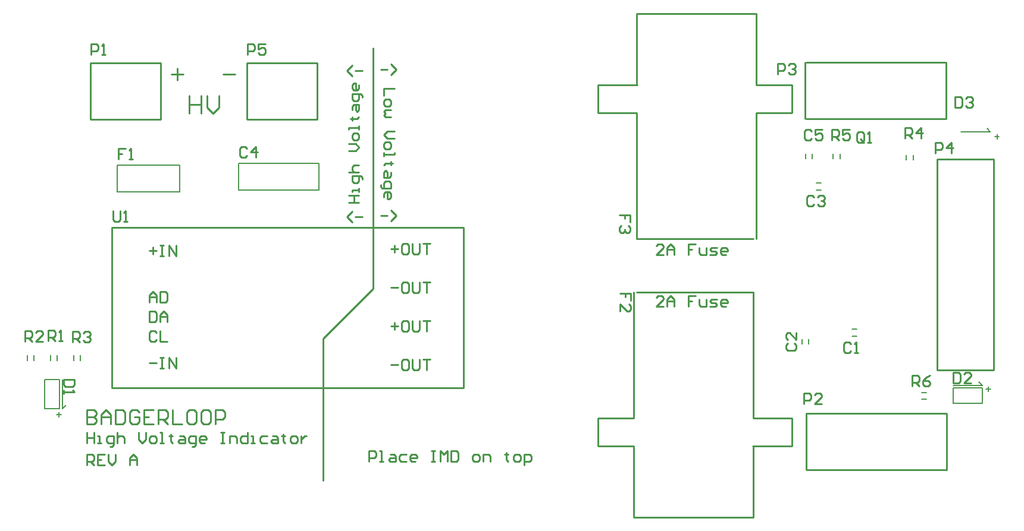
<source format=gbr>
%TF.GenerationSoftware,Altium Limited,Altium Designer,18.0.11 (651)*%
G04 Layer_Color=65535*
%FSLAX26Y26*%
%MOIN*%
%TF.FileFunction,Legend,Top*%
%TF.Part,Single*%
G01*
G75*
%TA.AperFunction,NonConductor*%
%ADD41C,0.007874*%
%ADD42C,0.010000*%
D41*
X8591929Y4211929D02*
X8611614Y4192244D01*
X8446260D02*
X8611614D01*
X4070000Y3855000D02*
Y4005000D01*
X3720000Y3855000D02*
X4070000D01*
X3720000D02*
Y4005000D01*
X4070000D01*
X8225433Y2690315D02*
X8252992D01*
X8225433Y2729685D02*
X8252992D01*
X8547992Y2788740D02*
X8567677Y2769055D01*
X8402323D02*
X8567677D01*
X8402323Y2666693D02*
Y2702126D01*
Y2666693D02*
X8567677D01*
Y2753307D01*
X8402323D02*
X8567677D01*
X8402323Y2702126D02*
Y2753307D01*
X7835433Y3084685D02*
X7862992D01*
X7835433Y3045315D02*
X7862992D01*
X7555315Y3000433D02*
Y3027992D01*
X7594685Y3000433D02*
Y3027992D01*
X7635433Y3865315D02*
X7662992D01*
X7635433Y3904685D02*
X7662992D01*
X7769685Y4042008D02*
Y4069567D01*
X7730315Y4042008D02*
Y4069567D01*
X3345315Y2909134D02*
Y2936693D01*
X3384685Y2909134D02*
Y2936693D01*
X3414055Y2637323D02*
X3433740Y2657008D01*
X3414055Y2637323D02*
Y2802677D01*
X3311693D02*
X3347126D01*
X3311693Y2637323D02*
Y2802677D01*
Y2637323D02*
X3398307D01*
Y2802677D01*
X3347126D02*
X3398307D01*
X3514685Y2909134D02*
Y2936693D01*
X3475315Y2909134D02*
Y2936693D01*
X3254685Y2909134D02*
Y2936693D01*
X3215315Y2909134D02*
Y2936693D01*
X4400000Y3865000D02*
Y4015000D01*
X4850000D01*
Y3865000D02*
Y4015000D01*
X4400000Y3865000D02*
X4850000D01*
X7575315Y4042008D02*
Y4069567D01*
X7614685Y4042008D02*
Y4069567D01*
X8140315Y4035433D02*
Y4062992D01*
X8179685Y4035433D02*
Y4062992D01*
X8635236Y4164679D02*
X8661474D01*
X8648355Y4177798D02*
Y4151560D01*
X8587362Y2749364D02*
X8613600D01*
X8600481Y2762483D02*
Y2736245D01*
X3394364Y2617638D02*
Y2591400D01*
X3407483Y2604519D02*
X3381245D01*
D42*
X3690748Y3653819D02*
X5659252D01*
X3690748Y2756181D02*
Y3653819D01*
Y2756181D02*
X5659252D01*
Y3653819D01*
X7498740Y2427181D02*
Y2584661D01*
X6414827Y2584646D02*
X6612913D01*
Y3290661D01*
X7285779Y2584661D02*
X7498740D01*
X7282205Y2027559D02*
Y2427165D01*
X7281299Y2427181D02*
X7498740D01*
X6612913Y2027559D02*
X7282205D01*
X6612913D02*
Y2427165D01*
X6414827D02*
X6612913D01*
X6414827D02*
Y2584646D01*
X6628779Y3290661D02*
X7282205D01*
Y2584661D02*
Y3290661D01*
X7574724Y4265000D02*
Y4579961D01*
X8362126Y4265000D02*
Y4579961D01*
X7578701Y4265000D02*
X8362126D01*
X7578701Y4579961D02*
X8362126D01*
X6631244Y3593000D02*
Y4299000D01*
Y3593000D02*
X7284669D01*
X7498622Y4299016D02*
Y4456496D01*
X7300535D02*
X7498622D01*
X7300535D02*
Y4856102D01*
X6631244D02*
X7300535D01*
X6414709Y4456480D02*
X6632150D01*
X6631244Y4456496D02*
Y4856102D01*
X6414709Y4299000D02*
X6627669D01*
X7300535Y3593000D02*
Y4299016D01*
X7498622D01*
X6414709Y4299000D02*
Y4456480D01*
X4875000Y2235000D02*
Y3030000D01*
X5155000Y3310000D01*
X5155000Y4660000D02*
X5155000Y3310000D01*
X8315000Y4037126D02*
X8629909D01*
X8315000Y2856024D02*
X8629961D01*
X8315000D02*
Y4037126D01*
X8629961Y2856024D02*
Y4037126D01*
X4840276Y4262520D02*
Y4577480D01*
X4446575Y4262520D02*
Y4577480D01*
X4840276D01*
X4446575Y4262520D02*
X4840276D01*
X3963425D02*
Y4577480D01*
X3569724Y4262520D02*
Y4577480D01*
X3963425D01*
X3569724Y4262520D02*
X3963425D01*
X7583701Y2609961D02*
X8367126D01*
X7583701Y2295000D02*
X8367126D01*
Y2609961D01*
X7579724Y2295000D02*
Y2609961D01*
X8412500Y4387481D02*
Y4327500D01*
X8442490D01*
X8452487Y4337497D01*
Y4377484D01*
X8442490Y4387481D01*
X8412500D01*
X8472481Y4377484D02*
X8482477Y4387481D01*
X8502471D01*
X8512468Y4377484D01*
Y4367487D01*
X8502471Y4357490D01*
X8492474D01*
X8502471D01*
X8512468Y4347493D01*
Y4337497D01*
X8502471Y4327500D01*
X8482477D01*
X8472481Y4337497D01*
X3765987Y4098981D02*
X3726000D01*
Y4068990D01*
X3745994D01*
X3726000D01*
Y4039000D01*
X3785981D02*
X3805974D01*
X3795977D01*
Y4098981D01*
X3785981Y4088984D01*
X5254000Y3533773D02*
X5293987D01*
X5273993Y3553767D02*
Y3513780D01*
X5343971Y3563764D02*
X5323977D01*
X5313981Y3553767D01*
Y3513780D01*
X5323977Y3503783D01*
X5343971D01*
X5353968Y3513780D01*
Y3553767D01*
X5343971Y3563764D01*
X5373961D02*
Y3513780D01*
X5383958Y3503783D01*
X5403952D01*
X5413948Y3513780D01*
Y3563764D01*
X5433942D02*
X5473929D01*
X5453935D01*
Y3503783D01*
X5254000Y3317238D02*
X5293987D01*
X5343971Y3347228D02*
X5323977D01*
X5313981Y3337231D01*
Y3297244D01*
X5323977Y3287248D01*
X5343971D01*
X5353968Y3297244D01*
Y3337231D01*
X5343971Y3347228D01*
X5373961D02*
Y3297244D01*
X5383958Y3287248D01*
X5403952D01*
X5413948Y3297244D01*
Y3347228D01*
X5433942D02*
X5473929D01*
X5453935D01*
Y3287248D01*
X5254000Y3100703D02*
X5293987D01*
X5273993Y3120696D02*
Y3080709D01*
X5343971Y3130693D02*
X5323977D01*
X5313981Y3120696D01*
Y3080709D01*
X5323977Y3070712D01*
X5343971D01*
X5353968Y3080709D01*
Y3120696D01*
X5343971Y3130693D01*
X5373961D02*
Y3080709D01*
X5383958Y3070712D01*
X5403952D01*
X5413948Y3080709D01*
Y3130693D01*
X5433942D02*
X5473929D01*
X5453935D01*
Y3070712D01*
X5254000Y2884167D02*
X5293987D01*
X5343971Y2914157D02*
X5323977D01*
X5313981Y2904161D01*
Y2864174D01*
X5323977Y2854177D01*
X5343971D01*
X5353968Y2864174D01*
Y2904161D01*
X5343971Y2914157D01*
X5373961D02*
Y2864174D01*
X5383958Y2854177D01*
X5403952D01*
X5413948Y2864174D01*
Y2914157D01*
X5433942D02*
X5473929D01*
X5453935D01*
Y2854177D01*
X3901000Y2894010D02*
X3940987D01*
X3960981Y2924000D02*
X3980974D01*
X3970977D01*
Y2864019D01*
X3960981D01*
X3980974D01*
X4010964D02*
Y2924000D01*
X4050952Y2864019D01*
Y2924000D01*
X3940987Y3066365D02*
X3930990Y3076362D01*
X3910997D01*
X3901000Y3066365D01*
Y3026378D01*
X3910997Y3016382D01*
X3930990D01*
X3940987Y3026378D01*
X3960981Y3076362D02*
Y3016382D01*
X4000968D01*
X3901000Y3184630D02*
Y3124649D01*
X3930990D01*
X3940987Y3134646D01*
Y3174633D01*
X3930990Y3184630D01*
X3901000D01*
X3960981Y3124649D02*
Y3164636D01*
X3980974Y3184630D01*
X4000968Y3164636D01*
Y3124649D01*
Y3154640D01*
X3960981D01*
X3901000Y3233311D02*
Y3273298D01*
X3920994Y3293291D01*
X3940987Y3273298D01*
Y3233311D01*
Y3263301D01*
X3901000D01*
X3960981Y3293291D02*
Y3233311D01*
X3990971D01*
X4000968Y3243307D01*
Y3283294D01*
X3990971Y3293291D01*
X3960981D01*
X3901000Y3523931D02*
X3940987D01*
X3920994Y3543924D02*
Y3503937D01*
X3960981Y3553921D02*
X3980974D01*
X3970977D01*
Y3493941D01*
X3960981D01*
X3980974D01*
X4010964D02*
Y3553921D01*
X4050952Y3493941D01*
Y3553921D01*
X6779987Y3500000D02*
X6740000D01*
X6779987Y3539987D01*
Y3549984D01*
X6769990Y3559981D01*
X6749997D01*
X6740000Y3549984D01*
X6799981Y3500000D02*
Y3539987D01*
X6819974Y3559981D01*
X6839968Y3539987D01*
Y3500000D01*
Y3529990D01*
X6799981D01*
X6959929Y3559981D02*
X6919942D01*
Y3529990D01*
X6939935D01*
X6919942D01*
Y3500000D01*
X6979922Y3539987D02*
Y3509997D01*
X6989919Y3500000D01*
X7019909D01*
Y3539987D01*
X7039903Y3500000D02*
X7069893D01*
X7079890Y3509997D01*
X7069893Y3519994D01*
X7049900D01*
X7039903Y3529990D01*
X7049900Y3539987D01*
X7079890D01*
X7129874Y3500000D02*
X7109880D01*
X7099884Y3509997D01*
Y3529990D01*
X7109880Y3539987D01*
X7129874D01*
X7139871Y3529990D01*
Y3519994D01*
X7099884D01*
X6779987Y3210000D02*
X6740000D01*
X6779987Y3249987D01*
Y3259984D01*
X6769990Y3269981D01*
X6749997D01*
X6740000Y3259984D01*
X6799981Y3210000D02*
Y3249987D01*
X6819974Y3269981D01*
X6839968Y3249987D01*
Y3210000D01*
Y3239990D01*
X6799981D01*
X6959929Y3269981D02*
X6919942D01*
Y3239990D01*
X6939935D01*
X6919942D01*
Y3210000D01*
X6979922Y3249987D02*
Y3219997D01*
X6989919Y3210000D01*
X7019909D01*
Y3249987D01*
X7039903Y3210000D02*
X7069893D01*
X7079890Y3219997D01*
X7069893Y3229994D01*
X7049900D01*
X7039903Y3239990D01*
X7049900Y3249987D01*
X7079890D01*
X7129874Y3210000D02*
X7109880D01*
X7099884Y3219997D01*
Y3239990D01*
X7109880Y3249987D01*
X7129874D01*
X7139871Y3239990D01*
Y3229994D01*
X7099884D01*
X5130000Y2340000D02*
Y2399981D01*
X5159990D01*
X5169987Y2389984D01*
Y2369990D01*
X5159990Y2359994D01*
X5130000D01*
X5189981Y2340000D02*
X5209974D01*
X5199977D01*
Y2399981D01*
X5189981D01*
X5249961Y2379987D02*
X5269955D01*
X5279952Y2369990D01*
Y2340000D01*
X5249961D01*
X5239964Y2349997D01*
X5249961Y2359994D01*
X5279952D01*
X5339932Y2379987D02*
X5309942D01*
X5299945Y2369990D01*
Y2349997D01*
X5309942Y2340000D01*
X5339932D01*
X5389916D02*
X5369922D01*
X5359926Y2349997D01*
Y2369990D01*
X5369922Y2379987D01*
X5389916D01*
X5399913Y2369990D01*
Y2359994D01*
X5359926D01*
X5479887Y2399981D02*
X5499880D01*
X5489884D01*
Y2340000D01*
X5479887D01*
X5499880D01*
X5529871D02*
Y2399981D01*
X5549864Y2379987D01*
X5569858Y2399981D01*
Y2340000D01*
X5589851Y2399981D02*
Y2340000D01*
X5619842D01*
X5629838Y2349997D01*
Y2389984D01*
X5619842Y2399981D01*
X5589851D01*
X5719809Y2340000D02*
X5739803D01*
X5749800Y2349997D01*
Y2369990D01*
X5739803Y2379987D01*
X5719809D01*
X5709812Y2369990D01*
Y2349997D01*
X5719809Y2340000D01*
X5769793D02*
Y2379987D01*
X5799783D01*
X5809780Y2369990D01*
Y2340000D01*
X5899751Y2389984D02*
Y2379987D01*
X5889754D01*
X5909748D01*
X5899751D01*
Y2349997D01*
X5909748Y2340000D01*
X5949735D02*
X5969728D01*
X5979725Y2349997D01*
Y2369990D01*
X5969728Y2379987D01*
X5949735D01*
X5939738Y2369990D01*
Y2349997D01*
X5949735Y2340000D01*
X5999719Y2320006D02*
Y2379987D01*
X6029709D01*
X6039706Y2369990D01*
Y2349997D01*
X6029709Y2340000D01*
X5999719D01*
X3550000Y2320000D02*
Y2379981D01*
X3579990D01*
X3589987Y2369984D01*
Y2349990D01*
X3579990Y2339994D01*
X3550000D01*
X3569994D02*
X3589987Y2320000D01*
X3649968Y2379981D02*
X3609981D01*
Y2320000D01*
X3649968D01*
X3609981Y2349990D02*
X3629974D01*
X3669961Y2379981D02*
Y2339994D01*
X3689955Y2320000D01*
X3709948Y2339994D01*
Y2379981D01*
X3789922Y2320000D02*
Y2359987D01*
X3809916Y2379981D01*
X3829910Y2359987D01*
Y2320000D01*
Y2349990D01*
X3789922D01*
X3550000Y2504977D02*
Y2444997D01*
Y2474987D01*
X3589987D01*
Y2504977D01*
Y2444997D01*
X3609981D02*
X3629974D01*
X3619977D01*
Y2484984D01*
X3609981D01*
X3679958Y2425003D02*
X3689955D01*
X3699952Y2435000D01*
Y2484984D01*
X3669961D01*
X3659964Y2474987D01*
Y2454994D01*
X3669961Y2444997D01*
X3699952D01*
X3719945Y2504977D02*
Y2444997D01*
Y2474987D01*
X3729942Y2484984D01*
X3749935D01*
X3759932Y2474987D01*
Y2444997D01*
X3839906Y2504977D02*
Y2464990D01*
X3859900Y2444997D01*
X3879893Y2464990D01*
Y2504977D01*
X3909884Y2444997D02*
X3929877D01*
X3939874Y2454994D01*
Y2474987D01*
X3929877Y2484984D01*
X3909884D01*
X3899887Y2474987D01*
Y2454994D01*
X3909884Y2444997D01*
X3959867D02*
X3979861D01*
X3969864D01*
Y2504977D01*
X3959867D01*
X4019848Y2494981D02*
Y2484984D01*
X4009851D01*
X4029845D01*
X4019848D01*
Y2454994D01*
X4029845Y2444997D01*
X4069832Y2484984D02*
X4089825D01*
X4099822Y2474987D01*
Y2444997D01*
X4069832D01*
X4059835Y2454994D01*
X4069832Y2464990D01*
X4099822D01*
X4139809Y2425003D02*
X4149806D01*
X4159803Y2435000D01*
Y2484984D01*
X4129812D01*
X4119816Y2474987D01*
Y2454994D01*
X4129812Y2444997D01*
X4159803D01*
X4209787D02*
X4189793D01*
X4179796Y2454994D01*
Y2474987D01*
X4189793Y2484984D01*
X4209787D01*
X4219783Y2474987D01*
Y2464990D01*
X4179796D01*
X4299757Y2504977D02*
X4319751D01*
X4309754D01*
Y2444997D01*
X4299757D01*
X4319751D01*
X4349741D02*
Y2484984D01*
X4379731D01*
X4389728Y2474987D01*
Y2444997D01*
X4449709Y2504977D02*
Y2444997D01*
X4419719D01*
X4409722Y2454994D01*
Y2474987D01*
X4419719Y2484984D01*
X4449709D01*
X4469702Y2444997D02*
X4489696D01*
X4479699D01*
Y2484984D01*
X4469702D01*
X4559673D02*
X4529683D01*
X4519686Y2474987D01*
Y2454994D01*
X4529683Y2444997D01*
X4559673D01*
X4589664Y2484984D02*
X4609657D01*
X4619654Y2474987D01*
Y2444997D01*
X4589664D01*
X4579667Y2454994D01*
X4589664Y2464990D01*
X4619654D01*
X4649644Y2494981D02*
Y2484984D01*
X4639647D01*
X4659641D01*
X4649644D01*
Y2454994D01*
X4659641Y2444997D01*
X4699628D02*
X4719622D01*
X4729618Y2454994D01*
Y2474987D01*
X4719622Y2484984D01*
X4699628D01*
X4689631Y2474987D01*
Y2454994D01*
X4699628Y2444997D01*
X4749612Y2484984D02*
Y2444997D01*
Y2464990D01*
X4759609Y2474987D01*
X4769605Y2484984D01*
X4779602D01*
X3550000Y2629974D02*
Y2550000D01*
X3589987D01*
X3603316Y2563329D01*
Y2576658D01*
X3589987Y2589987D01*
X3550000D01*
X3589987D01*
X3603316Y2603316D01*
Y2616645D01*
X3589987Y2629974D01*
X3550000D01*
X3629974Y2550000D02*
Y2603316D01*
X3656632Y2629974D01*
X3683290Y2603316D01*
Y2550000D01*
Y2589987D01*
X3629974D01*
X3709948Y2629974D02*
Y2550000D01*
X3749935D01*
X3763264Y2563329D01*
Y2616645D01*
X3749935Y2629974D01*
X3709948D01*
X3843238Y2616645D02*
X3829909Y2629974D01*
X3803251D01*
X3789922Y2616645D01*
Y2563329D01*
X3803251Y2550000D01*
X3829909D01*
X3843238Y2563329D01*
Y2589987D01*
X3816580D01*
X3923213Y2629974D02*
X3869896D01*
Y2550000D01*
X3923213D01*
X3869896Y2589987D02*
X3896554D01*
X3949870Y2550000D02*
Y2629974D01*
X3989858D01*
X4003187Y2616645D01*
Y2589987D01*
X3989858Y2576658D01*
X3949870D01*
X3976528D02*
X4003187Y2550000D01*
X4029845Y2629974D02*
Y2550000D01*
X4083161D01*
X4149806Y2629974D02*
X4123148D01*
X4109819Y2616645D01*
Y2563329D01*
X4123148Y2550000D01*
X4149806D01*
X4163135Y2563329D01*
Y2616645D01*
X4149806Y2629974D01*
X4229780D02*
X4203122D01*
X4189793Y2616645D01*
Y2563329D01*
X4203122Y2550000D01*
X4229780D01*
X4243109Y2563329D01*
Y2616645D01*
X4229780Y2629974D01*
X4269767Y2550000D02*
Y2629974D01*
X4309754D01*
X4323083Y2616645D01*
Y2589987D01*
X4309754Y2576658D01*
X4269767D01*
X4315000Y4514984D02*
X4381645D01*
X4025000D02*
X4091645D01*
X4058323Y4548306D02*
Y4481661D01*
X4125000Y4394968D02*
Y4295000D01*
Y4344984D01*
X4191645D01*
Y4394968D01*
Y4295000D01*
X4224968Y4394968D02*
Y4328323D01*
X4258290Y4295000D01*
X4291613Y4328323D01*
Y4394968D01*
X5274981Y4435000D02*
X5215000D01*
Y4395013D01*
Y4365023D02*
Y4345029D01*
X5224997Y4335032D01*
X5244990D01*
X5254987Y4345029D01*
Y4365023D01*
X5244990Y4375019D01*
X5224997D01*
X5215000Y4365023D01*
X5254987Y4315039D02*
X5224997D01*
X5215000Y4305042D01*
X5224997Y4295045D01*
X5215000Y4285048D01*
X5224997Y4275052D01*
X5254987D01*
X5274981Y4195078D02*
X5234993D01*
X5215000Y4175084D01*
X5234993Y4155091D01*
X5274981D01*
X5215000Y4125100D02*
Y4105107D01*
X5224997Y4095110D01*
X5244990D01*
X5254987Y4105107D01*
Y4125100D01*
X5244990Y4135097D01*
X5224997D01*
X5215000Y4125100D01*
Y4075116D02*
Y4055123D01*
Y4065120D01*
X5274981D01*
Y4075116D01*
X5264984Y4015136D02*
X5254987D01*
Y4025133D01*
Y4005139D01*
Y4015136D01*
X5224997D01*
X5215000Y4005139D01*
X5254987Y3965152D02*
Y3945159D01*
X5244990Y3935162D01*
X5215000D01*
Y3965152D01*
X5224997Y3975149D01*
X5234993Y3965152D01*
Y3935162D01*
X5195007Y3895175D02*
Y3885178D01*
X5205003Y3875181D01*
X5254987D01*
Y3905171D01*
X5244990Y3915168D01*
X5224997D01*
X5215000Y3905171D01*
Y3875181D01*
Y3825197D02*
Y3845191D01*
X5224997Y3855188D01*
X5244990D01*
X5254987Y3845191D01*
Y3825197D01*
X5244990Y3815200D01*
X5234993D01*
Y3855188D01*
X5195007Y3719990D02*
X5234994D01*
X5254987Y3690000D02*
X5284977Y3719990D01*
X5254987Y3749981D01*
X5195007Y4539990D02*
X5234994D01*
X5254987Y4510000D02*
X5284977Y4539990D01*
X5254987Y4569981D01*
X5094993Y3715010D02*
X5055006D01*
X5035013Y3745000D02*
X5005023Y3715010D01*
X5035013Y3685019D01*
X5094993Y4535010D02*
X5055006D01*
X5035013Y4565000D02*
X5005023Y4535010D01*
X5035013Y4505019D01*
X5015019Y3795000D02*
X5075000D01*
X5045010D01*
Y3834987D01*
X5015019D01*
X5075000D01*
Y3854981D02*
Y3874974D01*
Y3864977D01*
X5035013D01*
Y3854981D01*
X5094993Y3924958D02*
Y3934955D01*
X5084997Y3944952D01*
X5035013D01*
Y3914961D01*
X5045010Y3904964D01*
X5065003D01*
X5075000Y3914961D01*
Y3944952D01*
X5015019Y3964945D02*
X5075000D01*
X5045010D01*
X5035013Y3974942D01*
Y3994935D01*
X5045010Y4004932D01*
X5075000D01*
X5015019Y4084906D02*
X5055007D01*
X5075000Y4104900D01*
X5055007Y4124893D01*
X5015019D01*
X5075000Y4154884D02*
Y4174877D01*
X5065003Y4184874D01*
X5045010D01*
X5035013Y4174877D01*
Y4154884D01*
X5045010Y4144887D01*
X5065003D01*
X5075000Y4154884D01*
Y4204867D02*
Y4224861D01*
Y4214864D01*
X5015019D01*
Y4204867D01*
X5025016Y4264848D02*
X5035013D01*
Y4254851D01*
Y4274845D01*
Y4264848D01*
X5065003D01*
X5075000Y4274845D01*
X5035013Y4314832D02*
Y4334825D01*
X5045010Y4344822D01*
X5075000D01*
Y4314832D01*
X5065003Y4304835D01*
X5055007Y4314832D01*
Y4344822D01*
X5094993Y4384809D02*
Y4394806D01*
X5084997Y4404803D01*
X5035013D01*
Y4374812D01*
X5045010Y4364816D01*
X5065003D01*
X5075000Y4374812D01*
Y4404803D01*
Y4454787D02*
Y4434793D01*
X5065003Y4424796D01*
X5045010D01*
X5035013Y4434793D01*
Y4454787D01*
X5045010Y4464783D01*
X5055007D01*
Y4424796D01*
X8175000Y2765000D02*
Y2824981D01*
X8204990D01*
X8214987Y2814984D01*
Y2794990D01*
X8204990Y2784994D01*
X8175000D01*
X8194994D02*
X8214987Y2765000D01*
X8274968Y2824981D02*
X8254974Y2814984D01*
X8234981Y2794990D01*
Y2774997D01*
X8244977Y2765000D01*
X8264971D01*
X8274968Y2774997D01*
Y2784994D01*
X8264971Y2794990D01*
X8234981D01*
X8405000Y2839981D02*
Y2780000D01*
X8434990D01*
X8444987Y2789997D01*
Y2829984D01*
X8434990Y2839981D01*
X8405000D01*
X8504968Y2780000D02*
X8464981D01*
X8504968Y2819987D01*
Y2829984D01*
X8494971Y2839981D01*
X8474977D01*
X8464981Y2829984D01*
X3696000Y3748981D02*
Y3698997D01*
X3705997Y3689000D01*
X3725990D01*
X3735987Y3698997D01*
Y3748981D01*
X3755981Y3689000D02*
X3775974D01*
X3765977D01*
Y3748981D01*
X3755981Y3738984D01*
X4451500Y4624500D02*
Y4684481D01*
X4481490D01*
X4491487Y4674484D01*
Y4654490D01*
X4481490Y4644493D01*
X4451500D01*
X4551468Y4684481D02*
X4511481D01*
Y4654490D01*
X4531474Y4664487D01*
X4541471D01*
X4551468Y4654490D01*
Y4634497D01*
X4541471Y4624500D01*
X4521477D01*
X4511481Y4634497D01*
X6595099Y3245013D02*
Y3285000D01*
X6565108D01*
Y3265006D01*
Y3285000D01*
X6535118D01*
Y3185032D02*
Y3225019D01*
X6575105Y3185032D01*
X6585102D01*
X6595099Y3195029D01*
Y3215023D01*
X6585102Y3225019D01*
X6594981Y3685013D02*
Y3725000D01*
X6564990D01*
Y3705006D01*
Y3725000D01*
X6535000D01*
X6584984Y3665019D02*
X6594981Y3655023D01*
Y3635029D01*
X6584984Y3625032D01*
X6574987D01*
X6564990Y3635029D01*
Y3645026D01*
Y3635029D01*
X6554993Y3625032D01*
X6544997D01*
X6535000Y3635029D01*
Y3655023D01*
X6544997Y3665019D01*
X7725000Y4145000D02*
Y4204981D01*
X7754990D01*
X7764987Y4194984D01*
Y4174990D01*
X7754990Y4164993D01*
X7725000D01*
X7744993D02*
X7764987Y4145000D01*
X7824968Y4204981D02*
X7784981D01*
Y4174990D01*
X7804974Y4184987D01*
X7814971D01*
X7824968Y4174990D01*
Y4154997D01*
X7814971Y4145000D01*
X7794977D01*
X7784981Y4154997D01*
X8135000Y4156425D02*
Y4216406D01*
X8164990D01*
X8174987Y4206409D01*
Y4186416D01*
X8164990Y4176419D01*
X8135000D01*
X8154993D02*
X8174987Y4156425D01*
X8224971D02*
Y4216406D01*
X8194981Y4186416D01*
X8234968D01*
X3470000Y3012126D02*
Y3072107D01*
X3499990D01*
X3509987Y3062110D01*
Y3042116D01*
X3499990Y3032119D01*
X3470000D01*
X3489994D02*
X3509987Y3012126D01*
X3529981Y3062110D02*
X3539977Y3072107D01*
X3559971D01*
X3569968Y3062110D01*
Y3052113D01*
X3559971Y3042116D01*
X3549974D01*
X3559971D01*
X3569968Y3032119D01*
Y3022123D01*
X3559971Y3012126D01*
X3539977D01*
X3529981Y3022123D01*
X3205000Y3013701D02*
Y3073681D01*
X3234990D01*
X3244987Y3063685D01*
Y3043691D01*
X3234990Y3033694D01*
X3205000D01*
X3224994D02*
X3244987Y3013701D01*
X3304968D02*
X3264981D01*
X3304968Y3053688D01*
Y3063685D01*
X3294971Y3073681D01*
X3274977D01*
X3264981Y3063685D01*
X3335000Y3017126D02*
Y3077107D01*
X3364990D01*
X3374987Y3067110D01*
Y3047116D01*
X3364990Y3037119D01*
X3335000D01*
X3354994D02*
X3374987Y3017126D01*
X3394981D02*
X3414974D01*
X3404977D01*
Y3077107D01*
X3394981Y3067110D01*
X7904987Y4140666D02*
Y4180653D01*
X7894990Y4190650D01*
X7874997D01*
X7865000Y4180653D01*
Y4140666D01*
X7874997Y4130669D01*
X7894990D01*
X7884993Y4150663D02*
X7904987Y4130669D01*
X7894990D02*
X7904987Y4140666D01*
X7924981Y4130669D02*
X7944974D01*
X7934977D01*
Y4190650D01*
X7924981Y4180653D01*
X8305000Y4070000D02*
Y4129981D01*
X8334990D01*
X8344987Y4119984D01*
Y4099990D01*
X8334990Y4089994D01*
X8305000D01*
X8394971Y4070000D02*
Y4129981D01*
X8364981Y4099990D01*
X8404968D01*
X7420000Y4515000D02*
Y4574981D01*
X7449990D01*
X7459987Y4564984D01*
Y4544990D01*
X7449990Y4534993D01*
X7420000D01*
X7479981Y4564984D02*
X7489977Y4574981D01*
X7509971D01*
X7519968Y4564984D01*
Y4554987D01*
X7509971Y4544990D01*
X7499974D01*
X7509971D01*
X7519968Y4534993D01*
Y4524997D01*
X7509971Y4515000D01*
X7489977D01*
X7479981Y4524997D01*
X7567850Y2664000D02*
Y2723981D01*
X7597841D01*
X7607837Y2713984D01*
Y2693990D01*
X7597841Y2683994D01*
X7567850D01*
X7667818Y2664000D02*
X7627831D01*
X7667818Y2703987D01*
Y2713984D01*
X7657821Y2723981D01*
X7637828D01*
X7627831Y2713984D01*
X3574650Y4624500D02*
Y4684481D01*
X3604640D01*
X3614637Y4674484D01*
Y4654490D01*
X3604640Y4644493D01*
X3574650D01*
X3634630Y4624500D02*
X3654624D01*
X3644627D01*
Y4684481D01*
X3634630Y4674484D01*
X3479981Y2800000D02*
X3420000D01*
Y2770010D01*
X3429997Y2760013D01*
X3469984D01*
X3479981Y2770010D01*
Y2800000D01*
X3420000Y2740019D02*
Y2720026D01*
Y2730023D01*
X3479981D01*
X3469984Y2740019D01*
X7609987Y4194984D02*
X7599990Y4204981D01*
X7579997D01*
X7570000Y4194984D01*
Y4154997D01*
X7579997Y4145000D01*
X7599990D01*
X7609987Y4154997D01*
X7669968Y4204981D02*
X7629981D01*
Y4174990D01*
X7649974Y4184987D01*
X7659971D01*
X7669968Y4174990D01*
Y4154997D01*
X7659971Y4145000D01*
X7639977D01*
X7629981Y4154997D01*
X4445987Y4098984D02*
X4435990Y4108981D01*
X4415997D01*
X4406000Y4098984D01*
Y4058997D01*
X4415997Y4049000D01*
X4435990D01*
X4445987Y4058997D01*
X4495971Y4049000D02*
Y4108981D01*
X4465981Y4078990D01*
X4505968D01*
X7623412Y3824984D02*
X7613416Y3834981D01*
X7593422D01*
X7583425Y3824984D01*
Y3784997D01*
X7593422Y3775000D01*
X7613416D01*
X7623412Y3784997D01*
X7643406Y3824984D02*
X7653403Y3834981D01*
X7673396D01*
X7683393Y3824984D01*
Y3814987D01*
X7673396Y3804990D01*
X7663399D01*
X7673396D01*
X7683393Y3794994D01*
Y3784997D01*
X7673396Y3775000D01*
X7653403D01*
X7643406Y3784997D01*
X7475016Y3004987D02*
X7465019Y2994990D01*
Y2974997D01*
X7475016Y2965000D01*
X7515003D01*
X7525000Y2974997D01*
Y2994990D01*
X7515003Y3004987D01*
X7525000Y3064968D02*
Y3024981D01*
X7485013Y3064968D01*
X7475016D01*
X7465019Y3054971D01*
Y3034977D01*
X7475016Y3024981D01*
X7829987Y2999984D02*
X7819990Y3009981D01*
X7799997D01*
X7790000Y2999984D01*
Y2959997D01*
X7799997Y2950000D01*
X7819990D01*
X7829987Y2959997D01*
X7849981Y2950000D02*
X7869974D01*
X7859977D01*
Y3009981D01*
X7849981Y2999984D01*
%TF.MD5,ac0a1285d60494a00ac203dcd76cd9c4*%
M02*

</source>
